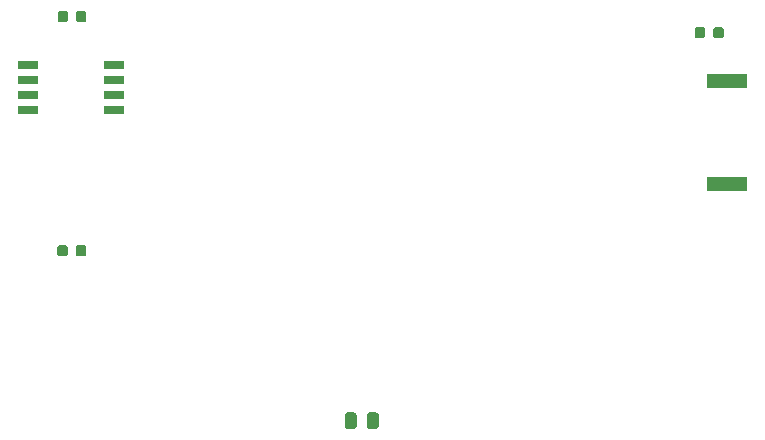
<source format=gtp>
G04 #@! TF.GenerationSoftware,KiCad,Pcbnew,(5.1.2-1)-1*
G04 #@! TF.CreationDate,2019-07-21T21:36:06+01:00*
G04 #@! TF.ProjectId,glowy_nfc_reader_module,676c6f77-795f-46e6-9663-5f7265616465,rev?*
G04 #@! TF.SameCoordinates,Original*
G04 #@! TF.FileFunction,Paste,Top*
G04 #@! TF.FilePolarity,Positive*
%FSLAX46Y46*%
G04 Gerber Fmt 4.6, Leading zero omitted, Abs format (unit mm)*
G04 Created by KiCad (PCBNEW (5.1.2-1)-1) date 2019-07-21 21:36:06*
%MOMM*%
%LPD*%
G04 APERTURE LIST*
%ADD10C,0.100000*%
%ADD11C,0.875000*%
%ADD12R,1.700000X0.650000*%
%ADD13R,3.400000X1.300000*%
%ADD14C,0.975000*%
G04 APERTURE END LIST*
D10*
G36*
X122035191Y-113436053D02*
G01*
X122056426Y-113439203D01*
X122077250Y-113444419D01*
X122097462Y-113451651D01*
X122116868Y-113460830D01*
X122135281Y-113471866D01*
X122152524Y-113484654D01*
X122168430Y-113499070D01*
X122182846Y-113514976D01*
X122195634Y-113532219D01*
X122206670Y-113550632D01*
X122215849Y-113570038D01*
X122223081Y-113590250D01*
X122228297Y-113611074D01*
X122231447Y-113632309D01*
X122232500Y-113653750D01*
X122232500Y-114166250D01*
X122231447Y-114187691D01*
X122228297Y-114208926D01*
X122223081Y-114229750D01*
X122215849Y-114249962D01*
X122206670Y-114269368D01*
X122195634Y-114287781D01*
X122182846Y-114305024D01*
X122168430Y-114320930D01*
X122152524Y-114335346D01*
X122135281Y-114348134D01*
X122116868Y-114359170D01*
X122097462Y-114368349D01*
X122077250Y-114375581D01*
X122056426Y-114380797D01*
X122035191Y-114383947D01*
X122013750Y-114385000D01*
X121576250Y-114385000D01*
X121554809Y-114383947D01*
X121533574Y-114380797D01*
X121512750Y-114375581D01*
X121492538Y-114368349D01*
X121473132Y-114359170D01*
X121454719Y-114348134D01*
X121437476Y-114335346D01*
X121421570Y-114320930D01*
X121407154Y-114305024D01*
X121394366Y-114287781D01*
X121383330Y-114269368D01*
X121374151Y-114249962D01*
X121366919Y-114229750D01*
X121361703Y-114208926D01*
X121358553Y-114187691D01*
X121357500Y-114166250D01*
X121357500Y-113653750D01*
X121358553Y-113632309D01*
X121361703Y-113611074D01*
X121366919Y-113590250D01*
X121374151Y-113570038D01*
X121383330Y-113550632D01*
X121394366Y-113532219D01*
X121407154Y-113514976D01*
X121421570Y-113499070D01*
X121437476Y-113484654D01*
X121454719Y-113471866D01*
X121473132Y-113460830D01*
X121492538Y-113451651D01*
X121512750Y-113444419D01*
X121533574Y-113439203D01*
X121554809Y-113436053D01*
X121576250Y-113435000D01*
X122013750Y-113435000D01*
X122035191Y-113436053D01*
X122035191Y-113436053D01*
G37*
D11*
X121795000Y-113910000D03*
D10*
G36*
X120460191Y-113436053D02*
G01*
X120481426Y-113439203D01*
X120502250Y-113444419D01*
X120522462Y-113451651D01*
X120541868Y-113460830D01*
X120560281Y-113471866D01*
X120577524Y-113484654D01*
X120593430Y-113499070D01*
X120607846Y-113514976D01*
X120620634Y-113532219D01*
X120631670Y-113550632D01*
X120640849Y-113570038D01*
X120648081Y-113590250D01*
X120653297Y-113611074D01*
X120656447Y-113632309D01*
X120657500Y-113653750D01*
X120657500Y-114166250D01*
X120656447Y-114187691D01*
X120653297Y-114208926D01*
X120648081Y-114229750D01*
X120640849Y-114249962D01*
X120631670Y-114269368D01*
X120620634Y-114287781D01*
X120607846Y-114305024D01*
X120593430Y-114320930D01*
X120577524Y-114335346D01*
X120560281Y-114348134D01*
X120541868Y-114359170D01*
X120522462Y-114368349D01*
X120502250Y-114375581D01*
X120481426Y-114380797D01*
X120460191Y-114383947D01*
X120438750Y-114385000D01*
X120001250Y-114385000D01*
X119979809Y-114383947D01*
X119958574Y-114380797D01*
X119937750Y-114375581D01*
X119917538Y-114368349D01*
X119898132Y-114359170D01*
X119879719Y-114348134D01*
X119862476Y-114335346D01*
X119846570Y-114320930D01*
X119832154Y-114305024D01*
X119819366Y-114287781D01*
X119808330Y-114269368D01*
X119799151Y-114249962D01*
X119791919Y-114229750D01*
X119786703Y-114208926D01*
X119783553Y-114187691D01*
X119782500Y-114166250D01*
X119782500Y-113653750D01*
X119783553Y-113632309D01*
X119786703Y-113611074D01*
X119791919Y-113590250D01*
X119799151Y-113570038D01*
X119808330Y-113550632D01*
X119819366Y-113532219D01*
X119832154Y-113514976D01*
X119846570Y-113499070D01*
X119862476Y-113484654D01*
X119879719Y-113471866D01*
X119898132Y-113460830D01*
X119917538Y-113451651D01*
X119937750Y-113444419D01*
X119958574Y-113439203D01*
X119979809Y-113436053D01*
X120001250Y-113435000D01*
X120438750Y-113435000D01*
X120460191Y-113436053D01*
X120460191Y-113436053D01*
G37*
D11*
X120220000Y-113910000D03*
D12*
X117325000Y-101980000D03*
X117325000Y-100710000D03*
X117325000Y-99440000D03*
X117325000Y-98170000D03*
X124625000Y-98170000D03*
X124625000Y-99440000D03*
X124625000Y-100710000D03*
X124625000Y-101980000D03*
D10*
G36*
X174425191Y-94976053D02*
G01*
X174446426Y-94979203D01*
X174467250Y-94984419D01*
X174487462Y-94991651D01*
X174506868Y-95000830D01*
X174525281Y-95011866D01*
X174542524Y-95024654D01*
X174558430Y-95039070D01*
X174572846Y-95054976D01*
X174585634Y-95072219D01*
X174596670Y-95090632D01*
X174605849Y-95110038D01*
X174613081Y-95130250D01*
X174618297Y-95151074D01*
X174621447Y-95172309D01*
X174622500Y-95193750D01*
X174622500Y-95706250D01*
X174621447Y-95727691D01*
X174618297Y-95748926D01*
X174613081Y-95769750D01*
X174605849Y-95789962D01*
X174596670Y-95809368D01*
X174585634Y-95827781D01*
X174572846Y-95845024D01*
X174558430Y-95860930D01*
X174542524Y-95875346D01*
X174525281Y-95888134D01*
X174506868Y-95899170D01*
X174487462Y-95908349D01*
X174467250Y-95915581D01*
X174446426Y-95920797D01*
X174425191Y-95923947D01*
X174403750Y-95925000D01*
X173966250Y-95925000D01*
X173944809Y-95923947D01*
X173923574Y-95920797D01*
X173902750Y-95915581D01*
X173882538Y-95908349D01*
X173863132Y-95899170D01*
X173844719Y-95888134D01*
X173827476Y-95875346D01*
X173811570Y-95860930D01*
X173797154Y-95845024D01*
X173784366Y-95827781D01*
X173773330Y-95809368D01*
X173764151Y-95789962D01*
X173756919Y-95769750D01*
X173751703Y-95748926D01*
X173748553Y-95727691D01*
X173747500Y-95706250D01*
X173747500Y-95193750D01*
X173748553Y-95172309D01*
X173751703Y-95151074D01*
X173756919Y-95130250D01*
X173764151Y-95110038D01*
X173773330Y-95090632D01*
X173784366Y-95072219D01*
X173797154Y-95054976D01*
X173811570Y-95039070D01*
X173827476Y-95024654D01*
X173844719Y-95011866D01*
X173863132Y-95000830D01*
X173882538Y-94991651D01*
X173902750Y-94984419D01*
X173923574Y-94979203D01*
X173944809Y-94976053D01*
X173966250Y-94975000D01*
X174403750Y-94975000D01*
X174425191Y-94976053D01*
X174425191Y-94976053D01*
G37*
D11*
X174185000Y-95450000D03*
D10*
G36*
X176000191Y-94976053D02*
G01*
X176021426Y-94979203D01*
X176042250Y-94984419D01*
X176062462Y-94991651D01*
X176081868Y-95000830D01*
X176100281Y-95011866D01*
X176117524Y-95024654D01*
X176133430Y-95039070D01*
X176147846Y-95054976D01*
X176160634Y-95072219D01*
X176171670Y-95090632D01*
X176180849Y-95110038D01*
X176188081Y-95130250D01*
X176193297Y-95151074D01*
X176196447Y-95172309D01*
X176197500Y-95193750D01*
X176197500Y-95706250D01*
X176196447Y-95727691D01*
X176193297Y-95748926D01*
X176188081Y-95769750D01*
X176180849Y-95789962D01*
X176171670Y-95809368D01*
X176160634Y-95827781D01*
X176147846Y-95845024D01*
X176133430Y-95860930D01*
X176117524Y-95875346D01*
X176100281Y-95888134D01*
X176081868Y-95899170D01*
X176062462Y-95908349D01*
X176042250Y-95915581D01*
X176021426Y-95920797D01*
X176000191Y-95923947D01*
X175978750Y-95925000D01*
X175541250Y-95925000D01*
X175519809Y-95923947D01*
X175498574Y-95920797D01*
X175477750Y-95915581D01*
X175457538Y-95908349D01*
X175438132Y-95899170D01*
X175419719Y-95888134D01*
X175402476Y-95875346D01*
X175386570Y-95860930D01*
X175372154Y-95845024D01*
X175359366Y-95827781D01*
X175348330Y-95809368D01*
X175339151Y-95789962D01*
X175331919Y-95769750D01*
X175326703Y-95748926D01*
X175323553Y-95727691D01*
X175322500Y-95706250D01*
X175322500Y-95193750D01*
X175323553Y-95172309D01*
X175326703Y-95151074D01*
X175331919Y-95130250D01*
X175339151Y-95110038D01*
X175348330Y-95090632D01*
X175359366Y-95072219D01*
X175372154Y-95054976D01*
X175386570Y-95039070D01*
X175402476Y-95024654D01*
X175419719Y-95011866D01*
X175438132Y-95000830D01*
X175457538Y-94991651D01*
X175477750Y-94984419D01*
X175498574Y-94979203D01*
X175519809Y-94976053D01*
X175541250Y-94975000D01*
X175978750Y-94975000D01*
X176000191Y-94976053D01*
X176000191Y-94976053D01*
G37*
D11*
X175760000Y-95450000D03*
D13*
X176485000Y-108260000D03*
X176485000Y-99560000D03*
D10*
G36*
X120482691Y-93606053D02*
G01*
X120503926Y-93609203D01*
X120524750Y-93614419D01*
X120544962Y-93621651D01*
X120564368Y-93630830D01*
X120582781Y-93641866D01*
X120600024Y-93654654D01*
X120615930Y-93669070D01*
X120630346Y-93684976D01*
X120643134Y-93702219D01*
X120654170Y-93720632D01*
X120663349Y-93740038D01*
X120670581Y-93760250D01*
X120675797Y-93781074D01*
X120678947Y-93802309D01*
X120680000Y-93823750D01*
X120680000Y-94336250D01*
X120678947Y-94357691D01*
X120675797Y-94378926D01*
X120670581Y-94399750D01*
X120663349Y-94419962D01*
X120654170Y-94439368D01*
X120643134Y-94457781D01*
X120630346Y-94475024D01*
X120615930Y-94490930D01*
X120600024Y-94505346D01*
X120582781Y-94518134D01*
X120564368Y-94529170D01*
X120544962Y-94538349D01*
X120524750Y-94545581D01*
X120503926Y-94550797D01*
X120482691Y-94553947D01*
X120461250Y-94555000D01*
X120023750Y-94555000D01*
X120002309Y-94553947D01*
X119981074Y-94550797D01*
X119960250Y-94545581D01*
X119940038Y-94538349D01*
X119920632Y-94529170D01*
X119902219Y-94518134D01*
X119884976Y-94505346D01*
X119869070Y-94490930D01*
X119854654Y-94475024D01*
X119841866Y-94457781D01*
X119830830Y-94439368D01*
X119821651Y-94419962D01*
X119814419Y-94399750D01*
X119809203Y-94378926D01*
X119806053Y-94357691D01*
X119805000Y-94336250D01*
X119805000Y-93823750D01*
X119806053Y-93802309D01*
X119809203Y-93781074D01*
X119814419Y-93760250D01*
X119821651Y-93740038D01*
X119830830Y-93720632D01*
X119841866Y-93702219D01*
X119854654Y-93684976D01*
X119869070Y-93669070D01*
X119884976Y-93654654D01*
X119902219Y-93641866D01*
X119920632Y-93630830D01*
X119940038Y-93621651D01*
X119960250Y-93614419D01*
X119981074Y-93609203D01*
X120002309Y-93606053D01*
X120023750Y-93605000D01*
X120461250Y-93605000D01*
X120482691Y-93606053D01*
X120482691Y-93606053D01*
G37*
D11*
X120242500Y-94080000D03*
D10*
G36*
X122057691Y-93606053D02*
G01*
X122078926Y-93609203D01*
X122099750Y-93614419D01*
X122119962Y-93621651D01*
X122139368Y-93630830D01*
X122157781Y-93641866D01*
X122175024Y-93654654D01*
X122190930Y-93669070D01*
X122205346Y-93684976D01*
X122218134Y-93702219D01*
X122229170Y-93720632D01*
X122238349Y-93740038D01*
X122245581Y-93760250D01*
X122250797Y-93781074D01*
X122253947Y-93802309D01*
X122255000Y-93823750D01*
X122255000Y-94336250D01*
X122253947Y-94357691D01*
X122250797Y-94378926D01*
X122245581Y-94399750D01*
X122238349Y-94419962D01*
X122229170Y-94439368D01*
X122218134Y-94457781D01*
X122205346Y-94475024D01*
X122190930Y-94490930D01*
X122175024Y-94505346D01*
X122157781Y-94518134D01*
X122139368Y-94529170D01*
X122119962Y-94538349D01*
X122099750Y-94545581D01*
X122078926Y-94550797D01*
X122057691Y-94553947D01*
X122036250Y-94555000D01*
X121598750Y-94555000D01*
X121577309Y-94553947D01*
X121556074Y-94550797D01*
X121535250Y-94545581D01*
X121515038Y-94538349D01*
X121495632Y-94529170D01*
X121477219Y-94518134D01*
X121459976Y-94505346D01*
X121444070Y-94490930D01*
X121429654Y-94475024D01*
X121416866Y-94457781D01*
X121405830Y-94439368D01*
X121396651Y-94419962D01*
X121389419Y-94399750D01*
X121384203Y-94378926D01*
X121381053Y-94357691D01*
X121380000Y-94336250D01*
X121380000Y-93823750D01*
X121381053Y-93802309D01*
X121384203Y-93781074D01*
X121389419Y-93760250D01*
X121396651Y-93740038D01*
X121405830Y-93720632D01*
X121416866Y-93702219D01*
X121429654Y-93684976D01*
X121444070Y-93669070D01*
X121459976Y-93654654D01*
X121477219Y-93641866D01*
X121495632Y-93630830D01*
X121515038Y-93621651D01*
X121535250Y-93614419D01*
X121556074Y-93609203D01*
X121577309Y-93606053D01*
X121598750Y-93605000D01*
X122036250Y-93605000D01*
X122057691Y-93606053D01*
X122057691Y-93606053D01*
G37*
D11*
X121817500Y-94080000D03*
D10*
G36*
X144897642Y-127591174D02*
G01*
X144921303Y-127594684D01*
X144944507Y-127600496D01*
X144967029Y-127608554D01*
X144988653Y-127618782D01*
X145009170Y-127631079D01*
X145028383Y-127645329D01*
X145046107Y-127661393D01*
X145062171Y-127679117D01*
X145076421Y-127698330D01*
X145088718Y-127718847D01*
X145098946Y-127740471D01*
X145107004Y-127762993D01*
X145112816Y-127786197D01*
X145116326Y-127809858D01*
X145117500Y-127833750D01*
X145117500Y-128746250D01*
X145116326Y-128770142D01*
X145112816Y-128793803D01*
X145107004Y-128817007D01*
X145098946Y-128839529D01*
X145088718Y-128861153D01*
X145076421Y-128881670D01*
X145062171Y-128900883D01*
X145046107Y-128918607D01*
X145028383Y-128934671D01*
X145009170Y-128948921D01*
X144988653Y-128961218D01*
X144967029Y-128971446D01*
X144944507Y-128979504D01*
X144921303Y-128985316D01*
X144897642Y-128988826D01*
X144873750Y-128990000D01*
X144386250Y-128990000D01*
X144362358Y-128988826D01*
X144338697Y-128985316D01*
X144315493Y-128979504D01*
X144292971Y-128971446D01*
X144271347Y-128961218D01*
X144250830Y-128948921D01*
X144231617Y-128934671D01*
X144213893Y-128918607D01*
X144197829Y-128900883D01*
X144183579Y-128881670D01*
X144171282Y-128861153D01*
X144161054Y-128839529D01*
X144152996Y-128817007D01*
X144147184Y-128793803D01*
X144143674Y-128770142D01*
X144142500Y-128746250D01*
X144142500Y-127833750D01*
X144143674Y-127809858D01*
X144147184Y-127786197D01*
X144152996Y-127762993D01*
X144161054Y-127740471D01*
X144171282Y-127718847D01*
X144183579Y-127698330D01*
X144197829Y-127679117D01*
X144213893Y-127661393D01*
X144231617Y-127645329D01*
X144250830Y-127631079D01*
X144271347Y-127618782D01*
X144292971Y-127608554D01*
X144315493Y-127600496D01*
X144338697Y-127594684D01*
X144362358Y-127591174D01*
X144386250Y-127590000D01*
X144873750Y-127590000D01*
X144897642Y-127591174D01*
X144897642Y-127591174D01*
G37*
D14*
X144630000Y-128290000D03*
D10*
G36*
X146772642Y-127591174D02*
G01*
X146796303Y-127594684D01*
X146819507Y-127600496D01*
X146842029Y-127608554D01*
X146863653Y-127618782D01*
X146884170Y-127631079D01*
X146903383Y-127645329D01*
X146921107Y-127661393D01*
X146937171Y-127679117D01*
X146951421Y-127698330D01*
X146963718Y-127718847D01*
X146973946Y-127740471D01*
X146982004Y-127762993D01*
X146987816Y-127786197D01*
X146991326Y-127809858D01*
X146992500Y-127833750D01*
X146992500Y-128746250D01*
X146991326Y-128770142D01*
X146987816Y-128793803D01*
X146982004Y-128817007D01*
X146973946Y-128839529D01*
X146963718Y-128861153D01*
X146951421Y-128881670D01*
X146937171Y-128900883D01*
X146921107Y-128918607D01*
X146903383Y-128934671D01*
X146884170Y-128948921D01*
X146863653Y-128961218D01*
X146842029Y-128971446D01*
X146819507Y-128979504D01*
X146796303Y-128985316D01*
X146772642Y-128988826D01*
X146748750Y-128990000D01*
X146261250Y-128990000D01*
X146237358Y-128988826D01*
X146213697Y-128985316D01*
X146190493Y-128979504D01*
X146167971Y-128971446D01*
X146146347Y-128961218D01*
X146125830Y-128948921D01*
X146106617Y-128934671D01*
X146088893Y-128918607D01*
X146072829Y-128900883D01*
X146058579Y-128881670D01*
X146046282Y-128861153D01*
X146036054Y-128839529D01*
X146027996Y-128817007D01*
X146022184Y-128793803D01*
X146018674Y-128770142D01*
X146017500Y-128746250D01*
X146017500Y-127833750D01*
X146018674Y-127809858D01*
X146022184Y-127786197D01*
X146027996Y-127762993D01*
X146036054Y-127740471D01*
X146046282Y-127718847D01*
X146058579Y-127698330D01*
X146072829Y-127679117D01*
X146088893Y-127661393D01*
X146106617Y-127645329D01*
X146125830Y-127631079D01*
X146146347Y-127618782D01*
X146167971Y-127608554D01*
X146190493Y-127600496D01*
X146213697Y-127594684D01*
X146237358Y-127591174D01*
X146261250Y-127590000D01*
X146748750Y-127590000D01*
X146772642Y-127591174D01*
X146772642Y-127591174D01*
G37*
D14*
X146505000Y-128290000D03*
M02*

</source>
